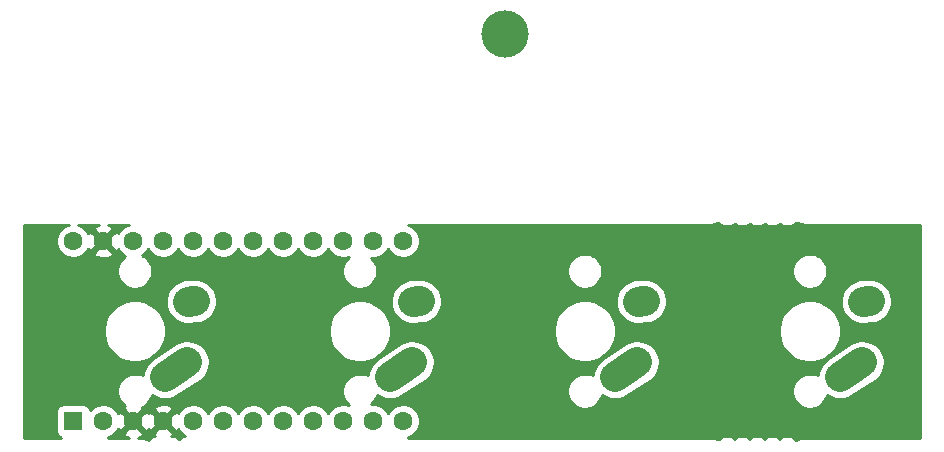
<source format=gbr>
G04 #@! TF.GenerationSoftware,KiCad,Pcbnew,(5.1.4-0-10_14)*
G04 #@! TF.CreationDate,2021-02-23T22:45:28-08:00*
G04 #@! TF.ProjectId,fourkey,666f7572-6b65-4792-9e6b-696361645f70,rev?*
G04 #@! TF.SameCoordinates,Original*
G04 #@! TF.FileFunction,Copper,L2,Bot*
G04 #@! TF.FilePolarity,Positive*
%FSLAX46Y46*%
G04 Gerber Fmt 4.6, Leading zero omitted, Abs format (unit mm)*
G04 Created by KiCad (PCBNEW (5.1.4-0-10_14)) date 2021-02-23 22:45:28*
%MOMM*%
%LPD*%
G04 APERTURE LIST*
%ADD10C,4.000000*%
%ADD11C,2.500000*%
%ADD12C,2.500000*%
%ADD13C,1.600000*%
%ADD14R,1.600000X1.600000*%
%ADD15C,0.254000*%
G04 APERTURE END LIST*
D10*
X108966000Y-54356000D03*
D11*
X81117000Y-82757000D03*
D12*
X80168185Y-83361462D02*
X82065815Y-82152538D01*
D11*
X82387000Y-76982000D03*
D12*
X82097672Y-77001724D02*
X82676328Y-76962276D01*
D13*
X72390000Y-71882000D03*
X74930000Y-71882000D03*
X77470000Y-71882000D03*
X80010000Y-71882000D03*
X82550000Y-71882000D03*
X85090000Y-71882000D03*
X87630000Y-71882000D03*
X90170000Y-71882000D03*
X92710000Y-71882000D03*
X95250000Y-71882000D03*
X97790000Y-71882000D03*
X100330000Y-71882000D03*
X100330000Y-87122000D03*
X97790000Y-87122000D03*
X95250000Y-87122000D03*
X92710000Y-87122000D03*
X90170000Y-87122000D03*
X87630000Y-87122000D03*
X85090000Y-87122000D03*
X82550000Y-87122000D03*
X80010000Y-87122000D03*
X77470000Y-87122000D03*
X74930000Y-87122000D03*
D14*
X72390000Y-87122000D03*
D11*
X101437000Y-76982000D03*
D12*
X101147672Y-77001724D02*
X101726328Y-76962276D01*
D11*
X100167000Y-82757000D03*
D12*
X99218185Y-83361462D02*
X101115815Y-82152538D01*
D11*
X119217000Y-82757000D03*
D12*
X118268185Y-83361462D02*
X120165815Y-82152538D01*
D11*
X120487000Y-76982000D03*
D12*
X120197672Y-77001724D02*
X120776328Y-76962276D01*
D11*
X139537000Y-76982000D03*
D12*
X139247672Y-77001724D02*
X139826328Y-76962276D01*
D11*
X138267000Y-82757000D03*
D12*
X137318185Y-83361462D02*
X139215815Y-82152538D01*
D15*
G36*
X133653080Y-70341292D02*
G01*
X133708392Y-70364090D01*
X133763366Y-70387652D01*
X133772169Y-70390377D01*
X133959006Y-70446786D01*
X134017686Y-70458405D01*
X134076196Y-70470842D01*
X134085361Y-70471805D01*
X134279594Y-70490850D01*
X134279598Y-70490850D01*
X134311581Y-70494000D01*
X144120001Y-70494000D01*
X144120000Y-88510000D01*
X134311581Y-88510000D01*
X134278613Y-88513247D01*
X134265633Y-88513247D01*
X134256468Y-88514210D01*
X134062518Y-88535965D01*
X134004019Y-88548400D01*
X133945325Y-88560022D01*
X133936522Y-88562747D01*
X133750491Y-88621760D01*
X133695509Y-88645326D01*
X133640206Y-88668120D01*
X133632100Y-88672503D01*
X133586418Y-88697617D01*
X133497758Y-88608957D01*
X133329272Y-88496378D01*
X133142061Y-88418833D01*
X132943318Y-88379300D01*
X132740682Y-88379300D01*
X132541939Y-88418833D01*
X132354728Y-88496378D01*
X132207000Y-88595087D01*
X132059272Y-88496378D01*
X131872061Y-88418833D01*
X131673318Y-88379300D01*
X131470682Y-88379300D01*
X131271939Y-88418833D01*
X131084728Y-88496378D01*
X130937000Y-88595087D01*
X130789272Y-88496378D01*
X130602061Y-88418833D01*
X130403318Y-88379300D01*
X130200682Y-88379300D01*
X130001939Y-88418833D01*
X129814728Y-88496378D01*
X129667000Y-88595087D01*
X129519272Y-88496378D01*
X129332061Y-88418833D01*
X129133318Y-88379300D01*
X128930682Y-88379300D01*
X128731939Y-88418833D01*
X128544728Y-88496378D01*
X128397000Y-88595087D01*
X128249272Y-88496378D01*
X128062061Y-88418833D01*
X127863318Y-88379300D01*
X127660682Y-88379300D01*
X127461939Y-88418833D01*
X127274728Y-88496378D01*
X127106242Y-88608957D01*
X127046392Y-88668807D01*
X127034921Y-88662708D01*
X126979606Y-88639909D01*
X126924634Y-88616348D01*
X126915831Y-88613623D01*
X126728995Y-88557214D01*
X126670307Y-88545594D01*
X126611804Y-88533158D01*
X126602639Y-88532195D01*
X126408405Y-88513150D01*
X126408402Y-88513150D01*
X126376419Y-88510000D01*
X100707617Y-88510000D01*
X100748574Y-88501853D01*
X101009727Y-88393680D01*
X101244759Y-88236637D01*
X101444637Y-88036759D01*
X101601680Y-87801727D01*
X101709853Y-87540574D01*
X101765000Y-87263335D01*
X101765000Y-86980665D01*
X101709853Y-86703426D01*
X101601680Y-86442273D01*
X101444637Y-86207241D01*
X101244759Y-86007363D01*
X101009727Y-85850320D01*
X100748574Y-85742147D01*
X100471335Y-85687000D01*
X100188665Y-85687000D01*
X99911426Y-85742147D01*
X99650273Y-85850320D01*
X99415241Y-86007363D01*
X99215363Y-86207241D01*
X99060000Y-86439759D01*
X98904637Y-86207241D01*
X98704759Y-86007363D01*
X98469727Y-85850320D01*
X98208574Y-85742147D01*
X97931335Y-85687000D01*
X97648665Y-85687000D01*
X97642068Y-85688312D01*
X97801174Y-85529206D01*
X97963788Y-85285838D01*
X98075798Y-85015421D01*
X98101353Y-84886946D01*
X98131763Y-84913034D01*
X98455336Y-85095172D01*
X98808223Y-85210683D01*
X99176865Y-85255131D01*
X99547096Y-85226806D01*
X99904686Y-85126796D01*
X100152899Y-85001007D01*
X101040328Y-84435652D01*
X114211100Y-84435652D01*
X114211100Y-84728348D01*
X114268202Y-85015421D01*
X114380212Y-85285838D01*
X114542826Y-85529206D01*
X114749794Y-85736174D01*
X114993162Y-85898788D01*
X115263579Y-86010798D01*
X115550652Y-86067900D01*
X115843348Y-86067900D01*
X116130421Y-86010798D01*
X116400838Y-85898788D01*
X116644206Y-85736174D01*
X116851174Y-85529206D01*
X117013788Y-85285838D01*
X117125798Y-85015421D01*
X117151353Y-84886946D01*
X117181763Y-84913034D01*
X117505336Y-85095172D01*
X117858223Y-85210683D01*
X118226865Y-85255131D01*
X118597096Y-85226806D01*
X118954686Y-85126796D01*
X119202899Y-85001007D01*
X120090328Y-84435652D01*
X133261100Y-84435652D01*
X133261100Y-84728348D01*
X133318202Y-85015421D01*
X133430212Y-85285838D01*
X133592826Y-85529206D01*
X133799794Y-85736174D01*
X134043162Y-85898788D01*
X134313579Y-86010798D01*
X134600652Y-86067900D01*
X134893348Y-86067900D01*
X135180421Y-86010798D01*
X135450838Y-85898788D01*
X135694206Y-85736174D01*
X135901174Y-85529206D01*
X136063788Y-85285838D01*
X136175798Y-85015421D01*
X136201353Y-84886946D01*
X136231763Y-84913034D01*
X136555336Y-85095172D01*
X136908223Y-85210683D01*
X137276865Y-85255131D01*
X137647096Y-85226806D01*
X138004686Y-85126796D01*
X138252899Y-85001007D01*
X140306720Y-83692578D01*
X140525623Y-83520782D01*
X140767387Y-83238961D01*
X140949524Y-82915389D01*
X141065036Y-82562501D01*
X141109483Y-82193859D01*
X141081158Y-81823627D01*
X140981149Y-81466037D01*
X140813299Y-81134829D01*
X140584058Y-80842730D01*
X140302237Y-80600966D01*
X139978664Y-80418829D01*
X139625777Y-80303317D01*
X139257134Y-80258869D01*
X138886903Y-80287195D01*
X138529312Y-80387204D01*
X138281100Y-80512994D01*
X136227280Y-81821422D01*
X136008377Y-81993218D01*
X135766613Y-82275040D01*
X135584475Y-82598613D01*
X135468964Y-82951500D01*
X135432076Y-83257441D01*
X135180421Y-83153202D01*
X134893348Y-83096100D01*
X134600652Y-83096100D01*
X134313579Y-83153202D01*
X134043162Y-83265212D01*
X133799794Y-83427826D01*
X133592826Y-83634794D01*
X133430212Y-83878162D01*
X133318202Y-84148579D01*
X133261100Y-84435652D01*
X120090328Y-84435652D01*
X121256720Y-83692578D01*
X121475623Y-83520782D01*
X121717387Y-83238961D01*
X121899524Y-82915389D01*
X122015036Y-82562501D01*
X122059483Y-82193859D01*
X122031158Y-81823627D01*
X121931149Y-81466037D01*
X121763299Y-81134829D01*
X121534058Y-80842730D01*
X121252237Y-80600966D01*
X120928664Y-80418829D01*
X120575777Y-80303317D01*
X120207134Y-80258869D01*
X119836903Y-80287195D01*
X119479312Y-80387204D01*
X119231100Y-80512994D01*
X117177280Y-81821422D01*
X116958377Y-81993218D01*
X116716613Y-82275040D01*
X116534475Y-82598613D01*
X116418964Y-82951500D01*
X116382076Y-83257441D01*
X116130421Y-83153202D01*
X115843348Y-83096100D01*
X115550652Y-83096100D01*
X115263579Y-83153202D01*
X114993162Y-83265212D01*
X114749794Y-83427826D01*
X114542826Y-83634794D01*
X114380212Y-83878162D01*
X114268202Y-84148579D01*
X114211100Y-84435652D01*
X101040328Y-84435652D01*
X102206720Y-83692578D01*
X102425623Y-83520782D01*
X102667387Y-83238961D01*
X102849524Y-82915389D01*
X102965036Y-82562501D01*
X103009483Y-82193859D01*
X102981158Y-81823627D01*
X102881149Y-81466037D01*
X102713299Y-81134829D01*
X102484058Y-80842730D01*
X102202237Y-80600966D01*
X101878664Y-80418829D01*
X101525777Y-80303317D01*
X101157134Y-80258869D01*
X100786903Y-80287195D01*
X100429312Y-80387204D01*
X100181100Y-80512994D01*
X98127280Y-81821422D01*
X97908377Y-81993218D01*
X97666613Y-82275040D01*
X97484475Y-82598613D01*
X97368964Y-82951500D01*
X97332076Y-83257441D01*
X97080421Y-83153202D01*
X96793348Y-83096100D01*
X96500652Y-83096100D01*
X96213579Y-83153202D01*
X95943162Y-83265212D01*
X95699794Y-83427826D01*
X95492826Y-83634794D01*
X95330212Y-83878162D01*
X95218202Y-84148579D01*
X95161100Y-84435652D01*
X95161100Y-84728348D01*
X95218202Y-85015421D01*
X95330212Y-85285838D01*
X95492826Y-85529206D01*
X95699794Y-85736174D01*
X95774231Y-85785912D01*
X95668574Y-85742147D01*
X95391335Y-85687000D01*
X95108665Y-85687000D01*
X94831426Y-85742147D01*
X94570273Y-85850320D01*
X94335241Y-86007363D01*
X94135363Y-86207241D01*
X93980000Y-86439759D01*
X93824637Y-86207241D01*
X93624759Y-86007363D01*
X93389727Y-85850320D01*
X93128574Y-85742147D01*
X92851335Y-85687000D01*
X92568665Y-85687000D01*
X92291426Y-85742147D01*
X92030273Y-85850320D01*
X91795241Y-86007363D01*
X91595363Y-86207241D01*
X91440000Y-86439759D01*
X91284637Y-86207241D01*
X91084759Y-86007363D01*
X90849727Y-85850320D01*
X90588574Y-85742147D01*
X90311335Y-85687000D01*
X90028665Y-85687000D01*
X89751426Y-85742147D01*
X89490273Y-85850320D01*
X89255241Y-86007363D01*
X89055363Y-86207241D01*
X88900000Y-86439759D01*
X88744637Y-86207241D01*
X88544759Y-86007363D01*
X88309727Y-85850320D01*
X88048574Y-85742147D01*
X87771335Y-85687000D01*
X87488665Y-85687000D01*
X87211426Y-85742147D01*
X86950273Y-85850320D01*
X86715241Y-86007363D01*
X86515363Y-86207241D01*
X86360000Y-86439759D01*
X86204637Y-86207241D01*
X86004759Y-86007363D01*
X85769727Y-85850320D01*
X85508574Y-85742147D01*
X85231335Y-85687000D01*
X84948665Y-85687000D01*
X84671426Y-85742147D01*
X84410273Y-85850320D01*
X84175241Y-86007363D01*
X83975363Y-86207241D01*
X83820000Y-86439759D01*
X83664637Y-86207241D01*
X83464759Y-86007363D01*
X83229727Y-85850320D01*
X82968574Y-85742147D01*
X82691335Y-85687000D01*
X82408665Y-85687000D01*
X82131426Y-85742147D01*
X81870273Y-85850320D01*
X81635241Y-86007363D01*
X81435363Y-86207241D01*
X81279085Y-86441128D01*
X81246671Y-86380486D01*
X81002702Y-86308903D01*
X80189605Y-87122000D01*
X81002702Y-87935097D01*
X81246671Y-87863514D01*
X81277194Y-87799008D01*
X81278320Y-87801727D01*
X81435363Y-88036759D01*
X81635241Y-88236637D01*
X81860206Y-88386953D01*
X81699939Y-88418833D01*
X81512728Y-88496378D01*
X81365000Y-88595087D01*
X81217272Y-88496378D01*
X81030061Y-88418833D01*
X80831318Y-88379300D01*
X80712920Y-88379300D01*
X80751514Y-88358671D01*
X80823097Y-88114702D01*
X80010000Y-87301605D01*
X79196903Y-88114702D01*
X79268486Y-88358671D01*
X79325875Y-88385826D01*
X79159939Y-88418833D01*
X78972728Y-88496378D01*
X78804242Y-88608957D01*
X78729812Y-88683387D01*
X78690921Y-88662708D01*
X78635606Y-88639909D01*
X78580634Y-88616348D01*
X78571831Y-88613623D01*
X78384995Y-88557214D01*
X78326307Y-88545594D01*
X78267804Y-88533158D01*
X78258639Y-88532195D01*
X78064405Y-88513150D01*
X78064402Y-88513150D01*
X78032419Y-88510000D01*
X77850294Y-88510000D01*
X78086292Y-88425603D01*
X78211514Y-88358671D01*
X78283097Y-88114702D01*
X77470000Y-87301605D01*
X76656903Y-88114702D01*
X76728486Y-88358671D01*
X76983996Y-88479571D01*
X77105390Y-88510000D01*
X75307617Y-88510000D01*
X75348574Y-88501853D01*
X75609727Y-88393680D01*
X75844759Y-88236637D01*
X76044637Y-88036759D01*
X76200915Y-87802872D01*
X76233329Y-87863514D01*
X76477298Y-87935097D01*
X77290395Y-87122000D01*
X77649605Y-87122000D01*
X78462702Y-87935097D01*
X78706671Y-87863514D01*
X78737971Y-87797364D01*
X78773329Y-87863514D01*
X79017298Y-87935097D01*
X79830395Y-87122000D01*
X79017298Y-86308903D01*
X78773329Y-86380486D01*
X78742029Y-86446636D01*
X78706671Y-86380486D01*
X78462702Y-86308903D01*
X77649605Y-87122000D01*
X77290395Y-87122000D01*
X76477298Y-86308903D01*
X76233329Y-86380486D01*
X76202806Y-86444992D01*
X76201680Y-86442273D01*
X76044637Y-86207241D01*
X75844759Y-86007363D01*
X75609727Y-85850320D01*
X75348574Y-85742147D01*
X75071335Y-85687000D01*
X74788665Y-85687000D01*
X74511426Y-85742147D01*
X74250273Y-85850320D01*
X74015241Y-86007363D01*
X73816643Y-86205961D01*
X73815812Y-86197518D01*
X73779502Y-86077820D01*
X73720537Y-85967506D01*
X73641185Y-85870815D01*
X73544494Y-85791463D01*
X73434180Y-85732498D01*
X73314482Y-85696188D01*
X73190000Y-85683928D01*
X71590000Y-85683928D01*
X71465518Y-85696188D01*
X71345820Y-85732498D01*
X71235506Y-85791463D01*
X71138815Y-85870815D01*
X71059463Y-85967506D01*
X71000498Y-86077820D01*
X70964188Y-86197518D01*
X70951928Y-86322000D01*
X70951928Y-87922000D01*
X70964188Y-88046482D01*
X71000498Y-88166180D01*
X71059463Y-88276494D01*
X71138815Y-88373185D01*
X71235506Y-88452537D01*
X71343010Y-88510000D01*
X68224000Y-88510000D01*
X68224000Y-84435652D01*
X76111100Y-84435652D01*
X76111100Y-84728348D01*
X76168202Y-85015421D01*
X76280212Y-85285838D01*
X76442826Y-85529206D01*
X76649794Y-85736174D01*
X76808785Y-85842409D01*
X76728486Y-85885329D01*
X76656903Y-86129298D01*
X77470000Y-86942395D01*
X78283097Y-86129298D01*
X79196903Y-86129298D01*
X80010000Y-86942395D01*
X80823097Y-86129298D01*
X80751514Y-85885329D01*
X80496004Y-85764429D01*
X80221816Y-85695700D01*
X79939488Y-85681783D01*
X79659870Y-85723213D01*
X79393708Y-85818397D01*
X79268486Y-85885329D01*
X79196903Y-86129298D01*
X78283097Y-86129298D01*
X78224715Y-85930319D01*
X78300838Y-85898788D01*
X78544206Y-85736174D01*
X78751174Y-85529206D01*
X78913788Y-85285838D01*
X79025798Y-85015421D01*
X79051353Y-84886946D01*
X79081763Y-84913034D01*
X79405336Y-85095172D01*
X79758223Y-85210683D01*
X80126865Y-85255131D01*
X80497096Y-85226806D01*
X80854686Y-85126796D01*
X81102899Y-85001007D01*
X83156720Y-83692578D01*
X83375623Y-83520782D01*
X83617387Y-83238961D01*
X83799524Y-82915389D01*
X83915036Y-82562501D01*
X83959483Y-82193859D01*
X83931158Y-81823627D01*
X83831149Y-81466037D01*
X83663299Y-81134829D01*
X83434058Y-80842730D01*
X83152237Y-80600966D01*
X82828664Y-80418829D01*
X82475777Y-80303317D01*
X82107134Y-80258869D01*
X81736903Y-80287195D01*
X81379312Y-80387204D01*
X81131100Y-80512994D01*
X79077280Y-81821422D01*
X78858377Y-81993218D01*
X78616613Y-82275040D01*
X78434475Y-82598613D01*
X78318964Y-82951500D01*
X78282076Y-83257441D01*
X78030421Y-83153202D01*
X77743348Y-83096100D01*
X77450652Y-83096100D01*
X77163579Y-83153202D01*
X76893162Y-83265212D01*
X76649794Y-83427826D01*
X76442826Y-83634794D01*
X76280212Y-83878162D01*
X76168202Y-84148579D01*
X76111100Y-84435652D01*
X68224000Y-84435652D01*
X68224000Y-79243076D01*
X74968100Y-79243076D01*
X74968100Y-79760924D01*
X75069127Y-80268822D01*
X75267299Y-80747251D01*
X75555000Y-81177826D01*
X75921174Y-81544000D01*
X76351749Y-81831701D01*
X76830178Y-82029873D01*
X77338076Y-82130900D01*
X77855924Y-82130900D01*
X78363822Y-82029873D01*
X78842251Y-81831701D01*
X79272826Y-81544000D01*
X79639000Y-81177826D01*
X79926701Y-80747251D01*
X80124873Y-80268822D01*
X80225900Y-79760924D01*
X80225900Y-79243076D01*
X94018100Y-79243076D01*
X94018100Y-79760924D01*
X94119127Y-80268822D01*
X94317299Y-80747251D01*
X94605000Y-81177826D01*
X94971174Y-81544000D01*
X95401749Y-81831701D01*
X95880178Y-82029873D01*
X96388076Y-82130900D01*
X96905924Y-82130900D01*
X97413822Y-82029873D01*
X97892251Y-81831701D01*
X98322826Y-81544000D01*
X98689000Y-81177826D01*
X98976701Y-80747251D01*
X99174873Y-80268822D01*
X99275900Y-79760924D01*
X99275900Y-79243076D01*
X113068100Y-79243076D01*
X113068100Y-79760924D01*
X113169127Y-80268822D01*
X113367299Y-80747251D01*
X113655000Y-81177826D01*
X114021174Y-81544000D01*
X114451749Y-81831701D01*
X114930178Y-82029873D01*
X115438076Y-82130900D01*
X115955924Y-82130900D01*
X116463822Y-82029873D01*
X116942251Y-81831701D01*
X117372826Y-81544000D01*
X117739000Y-81177826D01*
X118026701Y-80747251D01*
X118224873Y-80268822D01*
X118325900Y-79760924D01*
X118325900Y-79243076D01*
X132118100Y-79243076D01*
X132118100Y-79760924D01*
X132219127Y-80268822D01*
X132417299Y-80747251D01*
X132705000Y-81177826D01*
X133071174Y-81544000D01*
X133501749Y-81831701D01*
X133980178Y-82029873D01*
X134488076Y-82130900D01*
X135005924Y-82130900D01*
X135513822Y-82029873D01*
X135992251Y-81831701D01*
X136422826Y-81544000D01*
X136789000Y-81177826D01*
X137076701Y-80747251D01*
X137274873Y-80268822D01*
X137375900Y-79760924D01*
X137375900Y-79243076D01*
X137274873Y-78735178D01*
X137076701Y-78256749D01*
X136789000Y-77826174D01*
X136422826Y-77460000D01*
X135992251Y-77172299D01*
X135891461Y-77130550D01*
X137357939Y-77130550D01*
X137419382Y-77496743D01*
X137551085Y-77843913D01*
X137747989Y-78158719D01*
X138002523Y-78429061D01*
X138304908Y-78644552D01*
X138643523Y-78796910D01*
X139005355Y-78880279D01*
X139283495Y-78888656D01*
X140046916Y-78836613D01*
X140321347Y-78790566D01*
X140668517Y-78658863D01*
X140983323Y-78461959D01*
X141253665Y-78207425D01*
X141469156Y-77905040D01*
X141621514Y-77566425D01*
X141704883Y-77204593D01*
X141716061Y-76833450D01*
X141654618Y-76467257D01*
X141522914Y-76120087D01*
X141326011Y-75805281D01*
X141071477Y-75534939D01*
X140769092Y-75319448D01*
X140430477Y-75167090D01*
X140068645Y-75083721D01*
X139790504Y-75075344D01*
X139027084Y-75127387D01*
X138752653Y-75173434D01*
X138405483Y-75305137D01*
X138090677Y-75502041D01*
X137820335Y-75756575D01*
X137604844Y-76058960D01*
X137452486Y-76397575D01*
X137369117Y-76759407D01*
X137357939Y-77130550D01*
X135891461Y-77130550D01*
X135513822Y-76974127D01*
X135005924Y-76873100D01*
X134488076Y-76873100D01*
X133980178Y-76974127D01*
X133501749Y-77172299D01*
X133071174Y-77460000D01*
X132705000Y-77826174D01*
X132417299Y-78256749D01*
X132219127Y-78735178D01*
X132118100Y-79243076D01*
X118325900Y-79243076D01*
X118224873Y-78735178D01*
X118026701Y-78256749D01*
X117739000Y-77826174D01*
X117372826Y-77460000D01*
X116942251Y-77172299D01*
X116841461Y-77130550D01*
X118307939Y-77130550D01*
X118369382Y-77496743D01*
X118501085Y-77843913D01*
X118697989Y-78158719D01*
X118952523Y-78429061D01*
X119254908Y-78644552D01*
X119593523Y-78796910D01*
X119955355Y-78880279D01*
X120233495Y-78888656D01*
X120996916Y-78836613D01*
X121271347Y-78790566D01*
X121618517Y-78658863D01*
X121933323Y-78461959D01*
X122203665Y-78207425D01*
X122419156Y-77905040D01*
X122571514Y-77566425D01*
X122654883Y-77204593D01*
X122666061Y-76833450D01*
X122604618Y-76467257D01*
X122472914Y-76120087D01*
X122276011Y-75805281D01*
X122021477Y-75534939D01*
X121719092Y-75319448D01*
X121380477Y-75167090D01*
X121018645Y-75083721D01*
X120740504Y-75075344D01*
X119977084Y-75127387D01*
X119702653Y-75173434D01*
X119355483Y-75305137D01*
X119040677Y-75502041D01*
X118770335Y-75756575D01*
X118554844Y-76058960D01*
X118402486Y-76397575D01*
X118319117Y-76759407D01*
X118307939Y-77130550D01*
X116841461Y-77130550D01*
X116463822Y-76974127D01*
X115955924Y-76873100D01*
X115438076Y-76873100D01*
X114930178Y-76974127D01*
X114451749Y-77172299D01*
X114021174Y-77460000D01*
X113655000Y-77826174D01*
X113367299Y-78256749D01*
X113169127Y-78735178D01*
X113068100Y-79243076D01*
X99275900Y-79243076D01*
X99174873Y-78735178D01*
X98976701Y-78256749D01*
X98689000Y-77826174D01*
X98322826Y-77460000D01*
X97892251Y-77172299D01*
X97791461Y-77130550D01*
X99257939Y-77130550D01*
X99319382Y-77496743D01*
X99451085Y-77843913D01*
X99647989Y-78158719D01*
X99902523Y-78429061D01*
X100204908Y-78644552D01*
X100543523Y-78796910D01*
X100905355Y-78880279D01*
X101183495Y-78888656D01*
X101946916Y-78836613D01*
X102221347Y-78790566D01*
X102568517Y-78658863D01*
X102883323Y-78461959D01*
X103153665Y-78207425D01*
X103369156Y-77905040D01*
X103521514Y-77566425D01*
X103604883Y-77204593D01*
X103616061Y-76833450D01*
X103554618Y-76467257D01*
X103422914Y-76120087D01*
X103226011Y-75805281D01*
X102971477Y-75534939D01*
X102669092Y-75319448D01*
X102330477Y-75167090D01*
X101968645Y-75083721D01*
X101690504Y-75075344D01*
X100927084Y-75127387D01*
X100652653Y-75173434D01*
X100305483Y-75305137D01*
X99990677Y-75502041D01*
X99720335Y-75756575D01*
X99504844Y-76058960D01*
X99352486Y-76397575D01*
X99269117Y-76759407D01*
X99257939Y-77130550D01*
X97791461Y-77130550D01*
X97413822Y-76974127D01*
X96905924Y-76873100D01*
X96388076Y-76873100D01*
X95880178Y-76974127D01*
X95401749Y-77172299D01*
X94971174Y-77460000D01*
X94605000Y-77826174D01*
X94317299Y-78256749D01*
X94119127Y-78735178D01*
X94018100Y-79243076D01*
X80225900Y-79243076D01*
X80124873Y-78735178D01*
X79926701Y-78256749D01*
X79639000Y-77826174D01*
X79272826Y-77460000D01*
X78842251Y-77172299D01*
X78741461Y-77130550D01*
X80207939Y-77130550D01*
X80269382Y-77496743D01*
X80401085Y-77843913D01*
X80597989Y-78158719D01*
X80852523Y-78429061D01*
X81154908Y-78644552D01*
X81493523Y-78796910D01*
X81855355Y-78880279D01*
X82133495Y-78888656D01*
X82896916Y-78836613D01*
X83171347Y-78790566D01*
X83518517Y-78658863D01*
X83833323Y-78461959D01*
X84103665Y-78207425D01*
X84319156Y-77905040D01*
X84471514Y-77566425D01*
X84554883Y-77204593D01*
X84566061Y-76833450D01*
X84504618Y-76467257D01*
X84372914Y-76120087D01*
X84176011Y-75805281D01*
X83921477Y-75534939D01*
X83619092Y-75319448D01*
X83280477Y-75167090D01*
X82918645Y-75083721D01*
X82640504Y-75075344D01*
X81877084Y-75127387D01*
X81602653Y-75173434D01*
X81255483Y-75305137D01*
X80940677Y-75502041D01*
X80670335Y-75756575D01*
X80454844Y-76058960D01*
X80302486Y-76397575D01*
X80219117Y-76759407D01*
X80207939Y-77130550D01*
X78741461Y-77130550D01*
X78363822Y-76974127D01*
X77855924Y-76873100D01*
X77338076Y-76873100D01*
X76830178Y-76974127D01*
X76351749Y-77172299D01*
X75921174Y-77460000D01*
X75555000Y-77826174D01*
X75267299Y-78256749D01*
X75069127Y-78735178D01*
X74968100Y-79243076D01*
X68224000Y-79243076D01*
X68224000Y-70494000D01*
X72012383Y-70494000D01*
X71971426Y-70502147D01*
X71710273Y-70610320D01*
X71475241Y-70767363D01*
X71275363Y-70967241D01*
X71118320Y-71202273D01*
X71010147Y-71463426D01*
X70955000Y-71740665D01*
X70955000Y-72023335D01*
X71010147Y-72300574D01*
X71118320Y-72561727D01*
X71275363Y-72796759D01*
X71475241Y-72996637D01*
X71710273Y-73153680D01*
X71971426Y-73261853D01*
X72248665Y-73317000D01*
X72531335Y-73317000D01*
X72808574Y-73261853D01*
X73069727Y-73153680D01*
X73304759Y-72996637D01*
X73426694Y-72874702D01*
X74116903Y-72874702D01*
X74188486Y-73118671D01*
X74443996Y-73239571D01*
X74718184Y-73308300D01*
X75000512Y-73322217D01*
X75280130Y-73280787D01*
X75546292Y-73185603D01*
X75671514Y-73118671D01*
X75743097Y-72874702D01*
X74930000Y-72061605D01*
X74116903Y-72874702D01*
X73426694Y-72874702D01*
X73504637Y-72796759D01*
X73660915Y-72562872D01*
X73693329Y-72623514D01*
X73937298Y-72695097D01*
X74750395Y-71882000D01*
X73937298Y-71068903D01*
X73693329Y-71140486D01*
X73662806Y-71204992D01*
X73661680Y-71202273D01*
X73504637Y-70967241D01*
X73304759Y-70767363D01*
X73069727Y-70610320D01*
X72808574Y-70502147D01*
X72767617Y-70494000D01*
X74549706Y-70494000D01*
X74313708Y-70578397D01*
X74188486Y-70645329D01*
X74116903Y-70889298D01*
X74930000Y-71702395D01*
X75743097Y-70889298D01*
X75671514Y-70645329D01*
X75416004Y-70524429D01*
X75294610Y-70494000D01*
X77092383Y-70494000D01*
X77051426Y-70502147D01*
X76790273Y-70610320D01*
X76555241Y-70767363D01*
X76355363Y-70967241D01*
X76199085Y-71201128D01*
X76166671Y-71140486D01*
X75922702Y-71068903D01*
X75109605Y-71882000D01*
X75922702Y-72695097D01*
X76166671Y-72623514D01*
X76197194Y-72559008D01*
X76198320Y-72561727D01*
X76355363Y-72796759D01*
X76555241Y-72996637D01*
X76790273Y-73153680D01*
X76809010Y-73161441D01*
X76649794Y-73267826D01*
X76442826Y-73474794D01*
X76280212Y-73718162D01*
X76168202Y-73988579D01*
X76111100Y-74275652D01*
X76111100Y-74568348D01*
X76168202Y-74855421D01*
X76280212Y-75125838D01*
X76442826Y-75369206D01*
X76649794Y-75576174D01*
X76893162Y-75738788D01*
X77163579Y-75850798D01*
X77450652Y-75907900D01*
X77743348Y-75907900D01*
X78030421Y-75850798D01*
X78300838Y-75738788D01*
X78544206Y-75576174D01*
X78751174Y-75369206D01*
X78913788Y-75125838D01*
X79025798Y-74855421D01*
X79082900Y-74568348D01*
X79082900Y-74275652D01*
X79025798Y-73988579D01*
X78913788Y-73718162D01*
X78751174Y-73474794D01*
X78544206Y-73267826D01*
X78300838Y-73105212D01*
X78252333Y-73085121D01*
X78384759Y-72996637D01*
X78584637Y-72796759D01*
X78740000Y-72564241D01*
X78895363Y-72796759D01*
X79095241Y-72996637D01*
X79330273Y-73153680D01*
X79591426Y-73261853D01*
X79868665Y-73317000D01*
X80151335Y-73317000D01*
X80428574Y-73261853D01*
X80689727Y-73153680D01*
X80924759Y-72996637D01*
X81124637Y-72796759D01*
X81280000Y-72564241D01*
X81435363Y-72796759D01*
X81635241Y-72996637D01*
X81870273Y-73153680D01*
X82131426Y-73261853D01*
X82408665Y-73317000D01*
X82691335Y-73317000D01*
X82968574Y-73261853D01*
X83229727Y-73153680D01*
X83464759Y-72996637D01*
X83664637Y-72796759D01*
X83820000Y-72564241D01*
X83975363Y-72796759D01*
X84175241Y-72996637D01*
X84410273Y-73153680D01*
X84671426Y-73261853D01*
X84948665Y-73317000D01*
X85231335Y-73317000D01*
X85508574Y-73261853D01*
X85769727Y-73153680D01*
X86004759Y-72996637D01*
X86204637Y-72796759D01*
X86360000Y-72564241D01*
X86515363Y-72796759D01*
X86715241Y-72996637D01*
X86950273Y-73153680D01*
X87211426Y-73261853D01*
X87488665Y-73317000D01*
X87771335Y-73317000D01*
X88048574Y-73261853D01*
X88309727Y-73153680D01*
X88544759Y-72996637D01*
X88744637Y-72796759D01*
X88900000Y-72564241D01*
X89055363Y-72796759D01*
X89255241Y-72996637D01*
X89490273Y-73153680D01*
X89751426Y-73261853D01*
X90028665Y-73317000D01*
X90311335Y-73317000D01*
X90588574Y-73261853D01*
X90849727Y-73153680D01*
X91084759Y-72996637D01*
X91284637Y-72796759D01*
X91440000Y-72564241D01*
X91595363Y-72796759D01*
X91795241Y-72996637D01*
X92030273Y-73153680D01*
X92291426Y-73261853D01*
X92568665Y-73317000D01*
X92851335Y-73317000D01*
X93128574Y-73261853D01*
X93389727Y-73153680D01*
X93624759Y-72996637D01*
X93824637Y-72796759D01*
X93980000Y-72564241D01*
X94135363Y-72796759D01*
X94335241Y-72996637D01*
X94570273Y-73153680D01*
X94831426Y-73261853D01*
X95108665Y-73317000D01*
X95391335Y-73317000D01*
X95668574Y-73261853D01*
X95774231Y-73218088D01*
X95699794Y-73267826D01*
X95492826Y-73474794D01*
X95330212Y-73718162D01*
X95218202Y-73988579D01*
X95161100Y-74275652D01*
X95161100Y-74568348D01*
X95218202Y-74855421D01*
X95330212Y-75125838D01*
X95492826Y-75369206D01*
X95699794Y-75576174D01*
X95943162Y-75738788D01*
X96213579Y-75850798D01*
X96500652Y-75907900D01*
X96793348Y-75907900D01*
X97080421Y-75850798D01*
X97350838Y-75738788D01*
X97594206Y-75576174D01*
X97801174Y-75369206D01*
X97963788Y-75125838D01*
X98075798Y-74855421D01*
X98132900Y-74568348D01*
X98132900Y-74275652D01*
X114211100Y-74275652D01*
X114211100Y-74568348D01*
X114268202Y-74855421D01*
X114380212Y-75125838D01*
X114542826Y-75369206D01*
X114749794Y-75576174D01*
X114993162Y-75738788D01*
X115263579Y-75850798D01*
X115550652Y-75907900D01*
X115843348Y-75907900D01*
X116130421Y-75850798D01*
X116400838Y-75738788D01*
X116644206Y-75576174D01*
X116851174Y-75369206D01*
X117013788Y-75125838D01*
X117125798Y-74855421D01*
X117182900Y-74568348D01*
X117182900Y-74275652D01*
X133261100Y-74275652D01*
X133261100Y-74568348D01*
X133318202Y-74855421D01*
X133430212Y-75125838D01*
X133592826Y-75369206D01*
X133799794Y-75576174D01*
X134043162Y-75738788D01*
X134313579Y-75850798D01*
X134600652Y-75907900D01*
X134893348Y-75907900D01*
X135180421Y-75850798D01*
X135450838Y-75738788D01*
X135694206Y-75576174D01*
X135901174Y-75369206D01*
X136063788Y-75125838D01*
X136175798Y-74855421D01*
X136232900Y-74568348D01*
X136232900Y-74275652D01*
X136175798Y-73988579D01*
X136063788Y-73718162D01*
X135901174Y-73474794D01*
X135694206Y-73267826D01*
X135450838Y-73105212D01*
X135180421Y-72993202D01*
X134893348Y-72936100D01*
X134600652Y-72936100D01*
X134313579Y-72993202D01*
X134043162Y-73105212D01*
X133799794Y-73267826D01*
X133592826Y-73474794D01*
X133430212Y-73718162D01*
X133318202Y-73988579D01*
X133261100Y-74275652D01*
X117182900Y-74275652D01*
X117125798Y-73988579D01*
X117013788Y-73718162D01*
X116851174Y-73474794D01*
X116644206Y-73267826D01*
X116400838Y-73105212D01*
X116130421Y-72993202D01*
X115843348Y-72936100D01*
X115550652Y-72936100D01*
X115263579Y-72993202D01*
X114993162Y-73105212D01*
X114749794Y-73267826D01*
X114542826Y-73474794D01*
X114380212Y-73718162D01*
X114268202Y-73988579D01*
X114211100Y-74275652D01*
X98132900Y-74275652D01*
X98075798Y-73988579D01*
X97963788Y-73718162D01*
X97801174Y-73474794D01*
X97642068Y-73315688D01*
X97648665Y-73317000D01*
X97931335Y-73317000D01*
X98208574Y-73261853D01*
X98469727Y-73153680D01*
X98704759Y-72996637D01*
X98904637Y-72796759D01*
X99060000Y-72564241D01*
X99215363Y-72796759D01*
X99415241Y-72996637D01*
X99650273Y-73153680D01*
X99911426Y-73261853D01*
X100188665Y-73317000D01*
X100471335Y-73317000D01*
X100748574Y-73261853D01*
X101009727Y-73153680D01*
X101244759Y-72996637D01*
X101444637Y-72796759D01*
X101601680Y-72561727D01*
X101709853Y-72300574D01*
X101765000Y-72023335D01*
X101765000Y-71740665D01*
X101709853Y-71463426D01*
X101601680Y-71202273D01*
X101444637Y-70967241D01*
X101244759Y-70767363D01*
X101009727Y-70610320D01*
X100748574Y-70502147D01*
X100707617Y-70494000D01*
X126376419Y-70494000D01*
X126409387Y-70490753D01*
X126422367Y-70490753D01*
X126431532Y-70489790D01*
X126625481Y-70468035D01*
X126683966Y-70455603D01*
X126742676Y-70443978D01*
X126751479Y-70441253D01*
X126937509Y-70382240D01*
X126992519Y-70358662D01*
X127047288Y-70336089D01*
X127106242Y-70395043D01*
X127274728Y-70507622D01*
X127461939Y-70585167D01*
X127660682Y-70624700D01*
X127863318Y-70624700D01*
X128062061Y-70585167D01*
X128249272Y-70507622D01*
X128397000Y-70408913D01*
X128544728Y-70507622D01*
X128731939Y-70585167D01*
X128930682Y-70624700D01*
X129133318Y-70624700D01*
X129332061Y-70585167D01*
X129519272Y-70507622D01*
X129667000Y-70408913D01*
X129814728Y-70507622D01*
X130001939Y-70585167D01*
X130200682Y-70624700D01*
X130403318Y-70624700D01*
X130602061Y-70585167D01*
X130789272Y-70507622D01*
X130937000Y-70408913D01*
X131084728Y-70507622D01*
X131271939Y-70585167D01*
X131470682Y-70624700D01*
X131673318Y-70624700D01*
X131872061Y-70585167D01*
X132059272Y-70507622D01*
X132207000Y-70408913D01*
X132354728Y-70507622D01*
X132541939Y-70585167D01*
X132740682Y-70624700D01*
X132943318Y-70624700D01*
X133142061Y-70585167D01*
X133329272Y-70507622D01*
X133497758Y-70395043D01*
X133586768Y-70306033D01*
X133653080Y-70341292D01*
X133653080Y-70341292D01*
G37*
X133653080Y-70341292D02*
X133708392Y-70364090D01*
X133763366Y-70387652D01*
X133772169Y-70390377D01*
X133959006Y-70446786D01*
X134017686Y-70458405D01*
X134076196Y-70470842D01*
X134085361Y-70471805D01*
X134279594Y-70490850D01*
X134279598Y-70490850D01*
X134311581Y-70494000D01*
X144120001Y-70494000D01*
X144120000Y-88510000D01*
X134311581Y-88510000D01*
X134278613Y-88513247D01*
X134265633Y-88513247D01*
X134256468Y-88514210D01*
X134062518Y-88535965D01*
X134004019Y-88548400D01*
X133945325Y-88560022D01*
X133936522Y-88562747D01*
X133750491Y-88621760D01*
X133695509Y-88645326D01*
X133640206Y-88668120D01*
X133632100Y-88672503D01*
X133586418Y-88697617D01*
X133497758Y-88608957D01*
X133329272Y-88496378D01*
X133142061Y-88418833D01*
X132943318Y-88379300D01*
X132740682Y-88379300D01*
X132541939Y-88418833D01*
X132354728Y-88496378D01*
X132207000Y-88595087D01*
X132059272Y-88496378D01*
X131872061Y-88418833D01*
X131673318Y-88379300D01*
X131470682Y-88379300D01*
X131271939Y-88418833D01*
X131084728Y-88496378D01*
X130937000Y-88595087D01*
X130789272Y-88496378D01*
X130602061Y-88418833D01*
X130403318Y-88379300D01*
X130200682Y-88379300D01*
X130001939Y-88418833D01*
X129814728Y-88496378D01*
X129667000Y-88595087D01*
X129519272Y-88496378D01*
X129332061Y-88418833D01*
X129133318Y-88379300D01*
X128930682Y-88379300D01*
X128731939Y-88418833D01*
X128544728Y-88496378D01*
X128397000Y-88595087D01*
X128249272Y-88496378D01*
X128062061Y-88418833D01*
X127863318Y-88379300D01*
X127660682Y-88379300D01*
X127461939Y-88418833D01*
X127274728Y-88496378D01*
X127106242Y-88608957D01*
X127046392Y-88668807D01*
X127034921Y-88662708D01*
X126979606Y-88639909D01*
X126924634Y-88616348D01*
X126915831Y-88613623D01*
X126728995Y-88557214D01*
X126670307Y-88545594D01*
X126611804Y-88533158D01*
X126602639Y-88532195D01*
X126408405Y-88513150D01*
X126408402Y-88513150D01*
X126376419Y-88510000D01*
X100707617Y-88510000D01*
X100748574Y-88501853D01*
X101009727Y-88393680D01*
X101244759Y-88236637D01*
X101444637Y-88036759D01*
X101601680Y-87801727D01*
X101709853Y-87540574D01*
X101765000Y-87263335D01*
X101765000Y-86980665D01*
X101709853Y-86703426D01*
X101601680Y-86442273D01*
X101444637Y-86207241D01*
X101244759Y-86007363D01*
X101009727Y-85850320D01*
X100748574Y-85742147D01*
X100471335Y-85687000D01*
X100188665Y-85687000D01*
X99911426Y-85742147D01*
X99650273Y-85850320D01*
X99415241Y-86007363D01*
X99215363Y-86207241D01*
X99060000Y-86439759D01*
X98904637Y-86207241D01*
X98704759Y-86007363D01*
X98469727Y-85850320D01*
X98208574Y-85742147D01*
X97931335Y-85687000D01*
X97648665Y-85687000D01*
X97642068Y-85688312D01*
X97801174Y-85529206D01*
X97963788Y-85285838D01*
X98075798Y-85015421D01*
X98101353Y-84886946D01*
X98131763Y-84913034D01*
X98455336Y-85095172D01*
X98808223Y-85210683D01*
X99176865Y-85255131D01*
X99547096Y-85226806D01*
X99904686Y-85126796D01*
X100152899Y-85001007D01*
X101040328Y-84435652D01*
X114211100Y-84435652D01*
X114211100Y-84728348D01*
X114268202Y-85015421D01*
X114380212Y-85285838D01*
X114542826Y-85529206D01*
X114749794Y-85736174D01*
X114993162Y-85898788D01*
X115263579Y-86010798D01*
X115550652Y-86067900D01*
X115843348Y-86067900D01*
X116130421Y-86010798D01*
X116400838Y-85898788D01*
X116644206Y-85736174D01*
X116851174Y-85529206D01*
X117013788Y-85285838D01*
X117125798Y-85015421D01*
X117151353Y-84886946D01*
X117181763Y-84913034D01*
X117505336Y-85095172D01*
X117858223Y-85210683D01*
X118226865Y-85255131D01*
X118597096Y-85226806D01*
X118954686Y-85126796D01*
X119202899Y-85001007D01*
X120090328Y-84435652D01*
X133261100Y-84435652D01*
X133261100Y-84728348D01*
X133318202Y-85015421D01*
X133430212Y-85285838D01*
X133592826Y-85529206D01*
X133799794Y-85736174D01*
X134043162Y-85898788D01*
X134313579Y-86010798D01*
X134600652Y-86067900D01*
X134893348Y-86067900D01*
X135180421Y-86010798D01*
X135450838Y-85898788D01*
X135694206Y-85736174D01*
X135901174Y-85529206D01*
X136063788Y-85285838D01*
X136175798Y-85015421D01*
X136201353Y-84886946D01*
X136231763Y-84913034D01*
X136555336Y-85095172D01*
X136908223Y-85210683D01*
X137276865Y-85255131D01*
X137647096Y-85226806D01*
X138004686Y-85126796D01*
X138252899Y-85001007D01*
X140306720Y-83692578D01*
X140525623Y-83520782D01*
X140767387Y-83238961D01*
X140949524Y-82915389D01*
X141065036Y-82562501D01*
X141109483Y-82193859D01*
X141081158Y-81823627D01*
X140981149Y-81466037D01*
X140813299Y-81134829D01*
X140584058Y-80842730D01*
X140302237Y-80600966D01*
X139978664Y-80418829D01*
X139625777Y-80303317D01*
X139257134Y-80258869D01*
X138886903Y-80287195D01*
X138529312Y-80387204D01*
X138281100Y-80512994D01*
X136227280Y-81821422D01*
X136008377Y-81993218D01*
X135766613Y-82275040D01*
X135584475Y-82598613D01*
X135468964Y-82951500D01*
X135432076Y-83257441D01*
X135180421Y-83153202D01*
X134893348Y-83096100D01*
X134600652Y-83096100D01*
X134313579Y-83153202D01*
X134043162Y-83265212D01*
X133799794Y-83427826D01*
X133592826Y-83634794D01*
X133430212Y-83878162D01*
X133318202Y-84148579D01*
X133261100Y-84435652D01*
X120090328Y-84435652D01*
X121256720Y-83692578D01*
X121475623Y-83520782D01*
X121717387Y-83238961D01*
X121899524Y-82915389D01*
X122015036Y-82562501D01*
X122059483Y-82193859D01*
X122031158Y-81823627D01*
X121931149Y-81466037D01*
X121763299Y-81134829D01*
X121534058Y-80842730D01*
X121252237Y-80600966D01*
X120928664Y-80418829D01*
X120575777Y-80303317D01*
X120207134Y-80258869D01*
X119836903Y-80287195D01*
X119479312Y-80387204D01*
X119231100Y-80512994D01*
X117177280Y-81821422D01*
X116958377Y-81993218D01*
X116716613Y-82275040D01*
X116534475Y-82598613D01*
X116418964Y-82951500D01*
X116382076Y-83257441D01*
X116130421Y-83153202D01*
X115843348Y-83096100D01*
X115550652Y-83096100D01*
X115263579Y-83153202D01*
X114993162Y-83265212D01*
X114749794Y-83427826D01*
X114542826Y-83634794D01*
X114380212Y-83878162D01*
X114268202Y-84148579D01*
X114211100Y-84435652D01*
X101040328Y-84435652D01*
X102206720Y-83692578D01*
X102425623Y-83520782D01*
X102667387Y-83238961D01*
X102849524Y-82915389D01*
X102965036Y-82562501D01*
X103009483Y-82193859D01*
X102981158Y-81823627D01*
X102881149Y-81466037D01*
X102713299Y-81134829D01*
X102484058Y-80842730D01*
X102202237Y-80600966D01*
X101878664Y-80418829D01*
X101525777Y-80303317D01*
X101157134Y-80258869D01*
X100786903Y-80287195D01*
X100429312Y-80387204D01*
X100181100Y-80512994D01*
X98127280Y-81821422D01*
X97908377Y-81993218D01*
X97666613Y-82275040D01*
X97484475Y-82598613D01*
X97368964Y-82951500D01*
X97332076Y-83257441D01*
X97080421Y-83153202D01*
X96793348Y-83096100D01*
X96500652Y-83096100D01*
X96213579Y-83153202D01*
X95943162Y-83265212D01*
X95699794Y-83427826D01*
X95492826Y-83634794D01*
X95330212Y-83878162D01*
X95218202Y-84148579D01*
X95161100Y-84435652D01*
X95161100Y-84728348D01*
X95218202Y-85015421D01*
X95330212Y-85285838D01*
X95492826Y-85529206D01*
X95699794Y-85736174D01*
X95774231Y-85785912D01*
X95668574Y-85742147D01*
X95391335Y-85687000D01*
X95108665Y-85687000D01*
X94831426Y-85742147D01*
X94570273Y-85850320D01*
X94335241Y-86007363D01*
X94135363Y-86207241D01*
X93980000Y-86439759D01*
X93824637Y-86207241D01*
X93624759Y-86007363D01*
X93389727Y-85850320D01*
X93128574Y-85742147D01*
X92851335Y-85687000D01*
X92568665Y-85687000D01*
X92291426Y-85742147D01*
X92030273Y-85850320D01*
X91795241Y-86007363D01*
X91595363Y-86207241D01*
X91440000Y-86439759D01*
X91284637Y-86207241D01*
X91084759Y-86007363D01*
X90849727Y-85850320D01*
X90588574Y-85742147D01*
X90311335Y-85687000D01*
X90028665Y-85687000D01*
X89751426Y-85742147D01*
X89490273Y-85850320D01*
X89255241Y-86007363D01*
X89055363Y-86207241D01*
X88900000Y-86439759D01*
X88744637Y-86207241D01*
X88544759Y-86007363D01*
X88309727Y-85850320D01*
X88048574Y-85742147D01*
X87771335Y-85687000D01*
X87488665Y-85687000D01*
X87211426Y-85742147D01*
X86950273Y-85850320D01*
X86715241Y-86007363D01*
X86515363Y-86207241D01*
X86360000Y-86439759D01*
X86204637Y-86207241D01*
X86004759Y-86007363D01*
X85769727Y-85850320D01*
X85508574Y-85742147D01*
X85231335Y-85687000D01*
X84948665Y-85687000D01*
X84671426Y-85742147D01*
X84410273Y-85850320D01*
X84175241Y-86007363D01*
X83975363Y-86207241D01*
X83820000Y-86439759D01*
X83664637Y-86207241D01*
X83464759Y-86007363D01*
X83229727Y-85850320D01*
X82968574Y-85742147D01*
X82691335Y-85687000D01*
X82408665Y-85687000D01*
X82131426Y-85742147D01*
X81870273Y-85850320D01*
X81635241Y-86007363D01*
X81435363Y-86207241D01*
X81279085Y-86441128D01*
X81246671Y-86380486D01*
X81002702Y-86308903D01*
X80189605Y-87122000D01*
X81002702Y-87935097D01*
X81246671Y-87863514D01*
X81277194Y-87799008D01*
X81278320Y-87801727D01*
X81435363Y-88036759D01*
X81635241Y-88236637D01*
X81860206Y-88386953D01*
X81699939Y-88418833D01*
X81512728Y-88496378D01*
X81365000Y-88595087D01*
X81217272Y-88496378D01*
X81030061Y-88418833D01*
X80831318Y-88379300D01*
X80712920Y-88379300D01*
X80751514Y-88358671D01*
X80823097Y-88114702D01*
X80010000Y-87301605D01*
X79196903Y-88114702D01*
X79268486Y-88358671D01*
X79325875Y-88385826D01*
X79159939Y-88418833D01*
X78972728Y-88496378D01*
X78804242Y-88608957D01*
X78729812Y-88683387D01*
X78690921Y-88662708D01*
X78635606Y-88639909D01*
X78580634Y-88616348D01*
X78571831Y-88613623D01*
X78384995Y-88557214D01*
X78326307Y-88545594D01*
X78267804Y-88533158D01*
X78258639Y-88532195D01*
X78064405Y-88513150D01*
X78064402Y-88513150D01*
X78032419Y-88510000D01*
X77850294Y-88510000D01*
X78086292Y-88425603D01*
X78211514Y-88358671D01*
X78283097Y-88114702D01*
X77470000Y-87301605D01*
X76656903Y-88114702D01*
X76728486Y-88358671D01*
X76983996Y-88479571D01*
X77105390Y-88510000D01*
X75307617Y-88510000D01*
X75348574Y-88501853D01*
X75609727Y-88393680D01*
X75844759Y-88236637D01*
X76044637Y-88036759D01*
X76200915Y-87802872D01*
X76233329Y-87863514D01*
X76477298Y-87935097D01*
X77290395Y-87122000D01*
X77649605Y-87122000D01*
X78462702Y-87935097D01*
X78706671Y-87863514D01*
X78737971Y-87797364D01*
X78773329Y-87863514D01*
X79017298Y-87935097D01*
X79830395Y-87122000D01*
X79017298Y-86308903D01*
X78773329Y-86380486D01*
X78742029Y-86446636D01*
X78706671Y-86380486D01*
X78462702Y-86308903D01*
X77649605Y-87122000D01*
X77290395Y-87122000D01*
X76477298Y-86308903D01*
X76233329Y-86380486D01*
X76202806Y-86444992D01*
X76201680Y-86442273D01*
X76044637Y-86207241D01*
X75844759Y-86007363D01*
X75609727Y-85850320D01*
X75348574Y-85742147D01*
X75071335Y-85687000D01*
X74788665Y-85687000D01*
X74511426Y-85742147D01*
X74250273Y-85850320D01*
X74015241Y-86007363D01*
X73816643Y-86205961D01*
X73815812Y-86197518D01*
X73779502Y-86077820D01*
X73720537Y-85967506D01*
X73641185Y-85870815D01*
X73544494Y-85791463D01*
X73434180Y-85732498D01*
X73314482Y-85696188D01*
X73190000Y-85683928D01*
X71590000Y-85683928D01*
X71465518Y-85696188D01*
X71345820Y-85732498D01*
X71235506Y-85791463D01*
X71138815Y-85870815D01*
X71059463Y-85967506D01*
X71000498Y-86077820D01*
X70964188Y-86197518D01*
X70951928Y-86322000D01*
X70951928Y-87922000D01*
X70964188Y-88046482D01*
X71000498Y-88166180D01*
X71059463Y-88276494D01*
X71138815Y-88373185D01*
X71235506Y-88452537D01*
X71343010Y-88510000D01*
X68224000Y-88510000D01*
X68224000Y-84435652D01*
X76111100Y-84435652D01*
X76111100Y-84728348D01*
X76168202Y-85015421D01*
X76280212Y-85285838D01*
X76442826Y-85529206D01*
X76649794Y-85736174D01*
X76808785Y-85842409D01*
X76728486Y-85885329D01*
X76656903Y-86129298D01*
X77470000Y-86942395D01*
X78283097Y-86129298D01*
X79196903Y-86129298D01*
X80010000Y-86942395D01*
X80823097Y-86129298D01*
X80751514Y-85885329D01*
X80496004Y-85764429D01*
X80221816Y-85695700D01*
X79939488Y-85681783D01*
X79659870Y-85723213D01*
X79393708Y-85818397D01*
X79268486Y-85885329D01*
X79196903Y-86129298D01*
X78283097Y-86129298D01*
X78224715Y-85930319D01*
X78300838Y-85898788D01*
X78544206Y-85736174D01*
X78751174Y-85529206D01*
X78913788Y-85285838D01*
X79025798Y-85015421D01*
X79051353Y-84886946D01*
X79081763Y-84913034D01*
X79405336Y-85095172D01*
X79758223Y-85210683D01*
X80126865Y-85255131D01*
X80497096Y-85226806D01*
X80854686Y-85126796D01*
X81102899Y-85001007D01*
X83156720Y-83692578D01*
X83375623Y-83520782D01*
X83617387Y-83238961D01*
X83799524Y-82915389D01*
X83915036Y-82562501D01*
X83959483Y-82193859D01*
X83931158Y-81823627D01*
X83831149Y-81466037D01*
X83663299Y-81134829D01*
X83434058Y-80842730D01*
X83152237Y-80600966D01*
X82828664Y-80418829D01*
X82475777Y-80303317D01*
X82107134Y-80258869D01*
X81736903Y-80287195D01*
X81379312Y-80387204D01*
X81131100Y-80512994D01*
X79077280Y-81821422D01*
X78858377Y-81993218D01*
X78616613Y-82275040D01*
X78434475Y-82598613D01*
X78318964Y-82951500D01*
X78282076Y-83257441D01*
X78030421Y-83153202D01*
X77743348Y-83096100D01*
X77450652Y-83096100D01*
X77163579Y-83153202D01*
X76893162Y-83265212D01*
X76649794Y-83427826D01*
X76442826Y-83634794D01*
X76280212Y-83878162D01*
X76168202Y-84148579D01*
X76111100Y-84435652D01*
X68224000Y-84435652D01*
X68224000Y-79243076D01*
X74968100Y-79243076D01*
X74968100Y-79760924D01*
X75069127Y-80268822D01*
X75267299Y-80747251D01*
X75555000Y-81177826D01*
X75921174Y-81544000D01*
X76351749Y-81831701D01*
X76830178Y-82029873D01*
X77338076Y-82130900D01*
X77855924Y-82130900D01*
X78363822Y-82029873D01*
X78842251Y-81831701D01*
X79272826Y-81544000D01*
X79639000Y-81177826D01*
X79926701Y-80747251D01*
X80124873Y-80268822D01*
X80225900Y-79760924D01*
X80225900Y-79243076D01*
X94018100Y-79243076D01*
X94018100Y-79760924D01*
X94119127Y-80268822D01*
X94317299Y-80747251D01*
X94605000Y-81177826D01*
X94971174Y-81544000D01*
X95401749Y-81831701D01*
X95880178Y-82029873D01*
X96388076Y-82130900D01*
X96905924Y-82130900D01*
X97413822Y-82029873D01*
X97892251Y-81831701D01*
X98322826Y-81544000D01*
X98689000Y-81177826D01*
X98976701Y-80747251D01*
X99174873Y-80268822D01*
X99275900Y-79760924D01*
X99275900Y-79243076D01*
X113068100Y-79243076D01*
X113068100Y-79760924D01*
X113169127Y-80268822D01*
X113367299Y-80747251D01*
X113655000Y-81177826D01*
X114021174Y-81544000D01*
X114451749Y-81831701D01*
X114930178Y-82029873D01*
X115438076Y-82130900D01*
X115955924Y-82130900D01*
X116463822Y-82029873D01*
X116942251Y-81831701D01*
X117372826Y-81544000D01*
X117739000Y-81177826D01*
X118026701Y-80747251D01*
X118224873Y-80268822D01*
X118325900Y-79760924D01*
X118325900Y-79243076D01*
X132118100Y-79243076D01*
X132118100Y-79760924D01*
X132219127Y-80268822D01*
X132417299Y-80747251D01*
X132705000Y-81177826D01*
X133071174Y-81544000D01*
X133501749Y-81831701D01*
X133980178Y-82029873D01*
X134488076Y-82130900D01*
X135005924Y-82130900D01*
X135513822Y-82029873D01*
X135992251Y-81831701D01*
X136422826Y-81544000D01*
X136789000Y-81177826D01*
X137076701Y-80747251D01*
X137274873Y-80268822D01*
X137375900Y-79760924D01*
X137375900Y-79243076D01*
X137274873Y-78735178D01*
X137076701Y-78256749D01*
X136789000Y-77826174D01*
X136422826Y-77460000D01*
X135992251Y-77172299D01*
X135891461Y-77130550D01*
X137357939Y-77130550D01*
X137419382Y-77496743D01*
X137551085Y-77843913D01*
X137747989Y-78158719D01*
X138002523Y-78429061D01*
X138304908Y-78644552D01*
X138643523Y-78796910D01*
X139005355Y-78880279D01*
X139283495Y-78888656D01*
X140046916Y-78836613D01*
X140321347Y-78790566D01*
X140668517Y-78658863D01*
X140983323Y-78461959D01*
X141253665Y-78207425D01*
X141469156Y-77905040D01*
X141621514Y-77566425D01*
X141704883Y-77204593D01*
X141716061Y-76833450D01*
X141654618Y-76467257D01*
X141522914Y-76120087D01*
X141326011Y-75805281D01*
X141071477Y-75534939D01*
X140769092Y-75319448D01*
X140430477Y-75167090D01*
X140068645Y-75083721D01*
X139790504Y-75075344D01*
X139027084Y-75127387D01*
X138752653Y-75173434D01*
X138405483Y-75305137D01*
X138090677Y-75502041D01*
X137820335Y-75756575D01*
X137604844Y-76058960D01*
X137452486Y-76397575D01*
X137369117Y-76759407D01*
X137357939Y-77130550D01*
X135891461Y-77130550D01*
X135513822Y-76974127D01*
X135005924Y-76873100D01*
X134488076Y-76873100D01*
X133980178Y-76974127D01*
X133501749Y-77172299D01*
X133071174Y-77460000D01*
X132705000Y-77826174D01*
X132417299Y-78256749D01*
X132219127Y-78735178D01*
X132118100Y-79243076D01*
X118325900Y-79243076D01*
X118224873Y-78735178D01*
X118026701Y-78256749D01*
X117739000Y-77826174D01*
X117372826Y-77460000D01*
X116942251Y-77172299D01*
X116841461Y-77130550D01*
X118307939Y-77130550D01*
X118369382Y-77496743D01*
X118501085Y-77843913D01*
X118697989Y-78158719D01*
X118952523Y-78429061D01*
X119254908Y-78644552D01*
X119593523Y-78796910D01*
X119955355Y-78880279D01*
X120233495Y-78888656D01*
X120996916Y-78836613D01*
X121271347Y-78790566D01*
X121618517Y-78658863D01*
X121933323Y-78461959D01*
X122203665Y-78207425D01*
X122419156Y-77905040D01*
X122571514Y-77566425D01*
X122654883Y-77204593D01*
X122666061Y-76833450D01*
X122604618Y-76467257D01*
X122472914Y-76120087D01*
X122276011Y-75805281D01*
X122021477Y-75534939D01*
X121719092Y-75319448D01*
X121380477Y-75167090D01*
X121018645Y-75083721D01*
X120740504Y-75075344D01*
X119977084Y-75127387D01*
X119702653Y-75173434D01*
X119355483Y-75305137D01*
X119040677Y-75502041D01*
X118770335Y-75756575D01*
X118554844Y-76058960D01*
X118402486Y-76397575D01*
X118319117Y-76759407D01*
X118307939Y-77130550D01*
X116841461Y-77130550D01*
X116463822Y-76974127D01*
X115955924Y-76873100D01*
X115438076Y-76873100D01*
X114930178Y-76974127D01*
X114451749Y-77172299D01*
X114021174Y-77460000D01*
X113655000Y-77826174D01*
X113367299Y-78256749D01*
X113169127Y-78735178D01*
X113068100Y-79243076D01*
X99275900Y-79243076D01*
X99174873Y-78735178D01*
X98976701Y-78256749D01*
X98689000Y-77826174D01*
X98322826Y-77460000D01*
X97892251Y-77172299D01*
X97791461Y-77130550D01*
X99257939Y-77130550D01*
X99319382Y-77496743D01*
X99451085Y-77843913D01*
X99647989Y-78158719D01*
X99902523Y-78429061D01*
X100204908Y-78644552D01*
X100543523Y-78796910D01*
X100905355Y-78880279D01*
X101183495Y-78888656D01*
X101946916Y-78836613D01*
X102221347Y-78790566D01*
X102568517Y-78658863D01*
X102883323Y-78461959D01*
X103153665Y-78207425D01*
X103369156Y-77905040D01*
X103521514Y-77566425D01*
X103604883Y-77204593D01*
X103616061Y-76833450D01*
X103554618Y-76467257D01*
X103422914Y-76120087D01*
X103226011Y-75805281D01*
X102971477Y-75534939D01*
X102669092Y-75319448D01*
X102330477Y-75167090D01*
X101968645Y-75083721D01*
X101690504Y-75075344D01*
X100927084Y-75127387D01*
X100652653Y-75173434D01*
X100305483Y-75305137D01*
X99990677Y-75502041D01*
X99720335Y-75756575D01*
X99504844Y-76058960D01*
X99352486Y-76397575D01*
X99269117Y-76759407D01*
X99257939Y-77130550D01*
X97791461Y-77130550D01*
X97413822Y-76974127D01*
X96905924Y-76873100D01*
X96388076Y-76873100D01*
X95880178Y-76974127D01*
X95401749Y-77172299D01*
X94971174Y-77460000D01*
X94605000Y-77826174D01*
X94317299Y-78256749D01*
X94119127Y-78735178D01*
X94018100Y-79243076D01*
X80225900Y-79243076D01*
X80124873Y-78735178D01*
X79926701Y-78256749D01*
X79639000Y-77826174D01*
X79272826Y-77460000D01*
X78842251Y-77172299D01*
X78741461Y-77130550D01*
X80207939Y-77130550D01*
X80269382Y-77496743D01*
X80401085Y-77843913D01*
X80597989Y-78158719D01*
X80852523Y-78429061D01*
X81154908Y-78644552D01*
X81493523Y-78796910D01*
X81855355Y-78880279D01*
X82133495Y-78888656D01*
X82896916Y-78836613D01*
X83171347Y-78790566D01*
X83518517Y-78658863D01*
X83833323Y-78461959D01*
X84103665Y-78207425D01*
X84319156Y-77905040D01*
X84471514Y-77566425D01*
X84554883Y-77204593D01*
X84566061Y-76833450D01*
X84504618Y-76467257D01*
X84372914Y-76120087D01*
X84176011Y-75805281D01*
X83921477Y-75534939D01*
X83619092Y-75319448D01*
X83280477Y-75167090D01*
X82918645Y-75083721D01*
X82640504Y-75075344D01*
X81877084Y-75127387D01*
X81602653Y-75173434D01*
X81255483Y-75305137D01*
X80940677Y-75502041D01*
X80670335Y-75756575D01*
X80454844Y-76058960D01*
X80302486Y-76397575D01*
X80219117Y-76759407D01*
X80207939Y-77130550D01*
X78741461Y-77130550D01*
X78363822Y-76974127D01*
X77855924Y-76873100D01*
X77338076Y-76873100D01*
X76830178Y-76974127D01*
X76351749Y-77172299D01*
X75921174Y-77460000D01*
X75555000Y-77826174D01*
X75267299Y-78256749D01*
X75069127Y-78735178D01*
X74968100Y-79243076D01*
X68224000Y-79243076D01*
X68224000Y-70494000D01*
X72012383Y-70494000D01*
X71971426Y-70502147D01*
X71710273Y-70610320D01*
X71475241Y-70767363D01*
X71275363Y-70967241D01*
X71118320Y-71202273D01*
X71010147Y-71463426D01*
X70955000Y-71740665D01*
X70955000Y-72023335D01*
X71010147Y-72300574D01*
X71118320Y-72561727D01*
X71275363Y-72796759D01*
X71475241Y-72996637D01*
X71710273Y-73153680D01*
X71971426Y-73261853D01*
X72248665Y-73317000D01*
X72531335Y-73317000D01*
X72808574Y-73261853D01*
X73069727Y-73153680D01*
X73304759Y-72996637D01*
X73426694Y-72874702D01*
X74116903Y-72874702D01*
X74188486Y-73118671D01*
X74443996Y-73239571D01*
X74718184Y-73308300D01*
X75000512Y-73322217D01*
X75280130Y-73280787D01*
X75546292Y-73185603D01*
X75671514Y-73118671D01*
X75743097Y-72874702D01*
X74930000Y-72061605D01*
X74116903Y-72874702D01*
X73426694Y-72874702D01*
X73504637Y-72796759D01*
X73660915Y-72562872D01*
X73693329Y-72623514D01*
X73937298Y-72695097D01*
X74750395Y-71882000D01*
X73937298Y-71068903D01*
X73693329Y-71140486D01*
X73662806Y-71204992D01*
X73661680Y-71202273D01*
X73504637Y-70967241D01*
X73304759Y-70767363D01*
X73069727Y-70610320D01*
X72808574Y-70502147D01*
X72767617Y-70494000D01*
X74549706Y-70494000D01*
X74313708Y-70578397D01*
X74188486Y-70645329D01*
X74116903Y-70889298D01*
X74930000Y-71702395D01*
X75743097Y-70889298D01*
X75671514Y-70645329D01*
X75416004Y-70524429D01*
X75294610Y-70494000D01*
X77092383Y-70494000D01*
X77051426Y-70502147D01*
X76790273Y-70610320D01*
X76555241Y-70767363D01*
X76355363Y-70967241D01*
X76199085Y-71201128D01*
X76166671Y-71140486D01*
X75922702Y-71068903D01*
X75109605Y-71882000D01*
X75922702Y-72695097D01*
X76166671Y-72623514D01*
X76197194Y-72559008D01*
X76198320Y-72561727D01*
X76355363Y-72796759D01*
X76555241Y-72996637D01*
X76790273Y-73153680D01*
X76809010Y-73161441D01*
X76649794Y-73267826D01*
X76442826Y-73474794D01*
X76280212Y-73718162D01*
X76168202Y-73988579D01*
X76111100Y-74275652D01*
X76111100Y-74568348D01*
X76168202Y-74855421D01*
X76280212Y-75125838D01*
X76442826Y-75369206D01*
X76649794Y-75576174D01*
X76893162Y-75738788D01*
X77163579Y-75850798D01*
X77450652Y-75907900D01*
X77743348Y-75907900D01*
X78030421Y-75850798D01*
X78300838Y-75738788D01*
X78544206Y-75576174D01*
X78751174Y-75369206D01*
X78913788Y-75125838D01*
X79025798Y-74855421D01*
X79082900Y-74568348D01*
X79082900Y-74275652D01*
X79025798Y-73988579D01*
X78913788Y-73718162D01*
X78751174Y-73474794D01*
X78544206Y-73267826D01*
X78300838Y-73105212D01*
X78252333Y-73085121D01*
X78384759Y-72996637D01*
X78584637Y-72796759D01*
X78740000Y-72564241D01*
X78895363Y-72796759D01*
X79095241Y-72996637D01*
X79330273Y-73153680D01*
X79591426Y-73261853D01*
X79868665Y-73317000D01*
X80151335Y-73317000D01*
X80428574Y-73261853D01*
X80689727Y-73153680D01*
X80924759Y-72996637D01*
X81124637Y-72796759D01*
X81280000Y-72564241D01*
X81435363Y-72796759D01*
X81635241Y-72996637D01*
X81870273Y-73153680D01*
X82131426Y-73261853D01*
X82408665Y-73317000D01*
X82691335Y-73317000D01*
X82968574Y-73261853D01*
X83229727Y-73153680D01*
X83464759Y-72996637D01*
X83664637Y-72796759D01*
X83820000Y-72564241D01*
X83975363Y-72796759D01*
X84175241Y-72996637D01*
X84410273Y-73153680D01*
X84671426Y-73261853D01*
X84948665Y-73317000D01*
X85231335Y-73317000D01*
X85508574Y-73261853D01*
X85769727Y-73153680D01*
X86004759Y-72996637D01*
X86204637Y-72796759D01*
X86360000Y-72564241D01*
X86515363Y-72796759D01*
X86715241Y-72996637D01*
X86950273Y-73153680D01*
X87211426Y-73261853D01*
X87488665Y-73317000D01*
X87771335Y-73317000D01*
X88048574Y-73261853D01*
X88309727Y-73153680D01*
X88544759Y-72996637D01*
X88744637Y-72796759D01*
X88900000Y-72564241D01*
X89055363Y-72796759D01*
X89255241Y-72996637D01*
X89490273Y-73153680D01*
X89751426Y-73261853D01*
X90028665Y-73317000D01*
X90311335Y-73317000D01*
X90588574Y-73261853D01*
X90849727Y-73153680D01*
X91084759Y-72996637D01*
X91284637Y-72796759D01*
X91440000Y-72564241D01*
X91595363Y-72796759D01*
X91795241Y-72996637D01*
X92030273Y-73153680D01*
X92291426Y-73261853D01*
X92568665Y-73317000D01*
X92851335Y-73317000D01*
X93128574Y-73261853D01*
X93389727Y-73153680D01*
X93624759Y-72996637D01*
X93824637Y-72796759D01*
X93980000Y-72564241D01*
X94135363Y-72796759D01*
X94335241Y-72996637D01*
X94570273Y-73153680D01*
X94831426Y-73261853D01*
X95108665Y-73317000D01*
X95391335Y-73317000D01*
X95668574Y-73261853D01*
X95774231Y-73218088D01*
X95699794Y-73267826D01*
X95492826Y-73474794D01*
X95330212Y-73718162D01*
X95218202Y-73988579D01*
X95161100Y-74275652D01*
X95161100Y-74568348D01*
X95218202Y-74855421D01*
X95330212Y-75125838D01*
X95492826Y-75369206D01*
X95699794Y-75576174D01*
X95943162Y-75738788D01*
X96213579Y-75850798D01*
X96500652Y-75907900D01*
X96793348Y-75907900D01*
X97080421Y-75850798D01*
X97350838Y-75738788D01*
X97594206Y-75576174D01*
X97801174Y-75369206D01*
X97963788Y-75125838D01*
X98075798Y-74855421D01*
X98132900Y-74568348D01*
X98132900Y-74275652D01*
X114211100Y-74275652D01*
X114211100Y-74568348D01*
X114268202Y-74855421D01*
X114380212Y-75125838D01*
X114542826Y-75369206D01*
X114749794Y-75576174D01*
X114993162Y-75738788D01*
X115263579Y-75850798D01*
X115550652Y-75907900D01*
X115843348Y-75907900D01*
X116130421Y-75850798D01*
X116400838Y-75738788D01*
X116644206Y-75576174D01*
X116851174Y-75369206D01*
X117013788Y-75125838D01*
X117125798Y-74855421D01*
X117182900Y-74568348D01*
X117182900Y-74275652D01*
X133261100Y-74275652D01*
X133261100Y-74568348D01*
X133318202Y-74855421D01*
X133430212Y-75125838D01*
X133592826Y-75369206D01*
X133799794Y-75576174D01*
X134043162Y-75738788D01*
X134313579Y-75850798D01*
X134600652Y-75907900D01*
X134893348Y-75907900D01*
X135180421Y-75850798D01*
X135450838Y-75738788D01*
X135694206Y-75576174D01*
X135901174Y-75369206D01*
X136063788Y-75125838D01*
X136175798Y-74855421D01*
X136232900Y-74568348D01*
X136232900Y-74275652D01*
X136175798Y-73988579D01*
X136063788Y-73718162D01*
X135901174Y-73474794D01*
X135694206Y-73267826D01*
X135450838Y-73105212D01*
X135180421Y-72993202D01*
X134893348Y-72936100D01*
X134600652Y-72936100D01*
X134313579Y-72993202D01*
X134043162Y-73105212D01*
X133799794Y-73267826D01*
X133592826Y-73474794D01*
X133430212Y-73718162D01*
X133318202Y-73988579D01*
X133261100Y-74275652D01*
X117182900Y-74275652D01*
X117125798Y-73988579D01*
X117013788Y-73718162D01*
X116851174Y-73474794D01*
X116644206Y-73267826D01*
X116400838Y-73105212D01*
X116130421Y-72993202D01*
X115843348Y-72936100D01*
X115550652Y-72936100D01*
X115263579Y-72993202D01*
X114993162Y-73105212D01*
X114749794Y-73267826D01*
X114542826Y-73474794D01*
X114380212Y-73718162D01*
X114268202Y-73988579D01*
X114211100Y-74275652D01*
X98132900Y-74275652D01*
X98075798Y-73988579D01*
X97963788Y-73718162D01*
X97801174Y-73474794D01*
X97642068Y-73315688D01*
X97648665Y-73317000D01*
X97931335Y-73317000D01*
X98208574Y-73261853D01*
X98469727Y-73153680D01*
X98704759Y-72996637D01*
X98904637Y-72796759D01*
X99060000Y-72564241D01*
X99215363Y-72796759D01*
X99415241Y-72996637D01*
X99650273Y-73153680D01*
X99911426Y-73261853D01*
X100188665Y-73317000D01*
X100471335Y-73317000D01*
X100748574Y-73261853D01*
X101009727Y-73153680D01*
X101244759Y-72996637D01*
X101444637Y-72796759D01*
X101601680Y-72561727D01*
X101709853Y-72300574D01*
X101765000Y-72023335D01*
X101765000Y-71740665D01*
X101709853Y-71463426D01*
X101601680Y-71202273D01*
X101444637Y-70967241D01*
X101244759Y-70767363D01*
X101009727Y-70610320D01*
X100748574Y-70502147D01*
X100707617Y-70494000D01*
X126376419Y-70494000D01*
X126409387Y-70490753D01*
X126422367Y-70490753D01*
X126431532Y-70489790D01*
X126625481Y-70468035D01*
X126683966Y-70455603D01*
X126742676Y-70443978D01*
X126751479Y-70441253D01*
X126937509Y-70382240D01*
X126992519Y-70358662D01*
X127047288Y-70336089D01*
X127106242Y-70395043D01*
X127274728Y-70507622D01*
X127461939Y-70585167D01*
X127660682Y-70624700D01*
X127863318Y-70624700D01*
X128062061Y-70585167D01*
X128249272Y-70507622D01*
X128397000Y-70408913D01*
X128544728Y-70507622D01*
X128731939Y-70585167D01*
X128930682Y-70624700D01*
X129133318Y-70624700D01*
X129332061Y-70585167D01*
X129519272Y-70507622D01*
X129667000Y-70408913D01*
X129814728Y-70507622D01*
X130001939Y-70585167D01*
X130200682Y-70624700D01*
X130403318Y-70624700D01*
X130602061Y-70585167D01*
X130789272Y-70507622D01*
X130937000Y-70408913D01*
X131084728Y-70507622D01*
X131271939Y-70585167D01*
X131470682Y-70624700D01*
X131673318Y-70624700D01*
X131872061Y-70585167D01*
X132059272Y-70507622D01*
X132207000Y-70408913D01*
X132354728Y-70507622D01*
X132541939Y-70585167D01*
X132740682Y-70624700D01*
X132943318Y-70624700D01*
X133142061Y-70585167D01*
X133329272Y-70507622D01*
X133497758Y-70395043D01*
X133586768Y-70306033D01*
X133653080Y-70341292D01*
M02*

</source>
